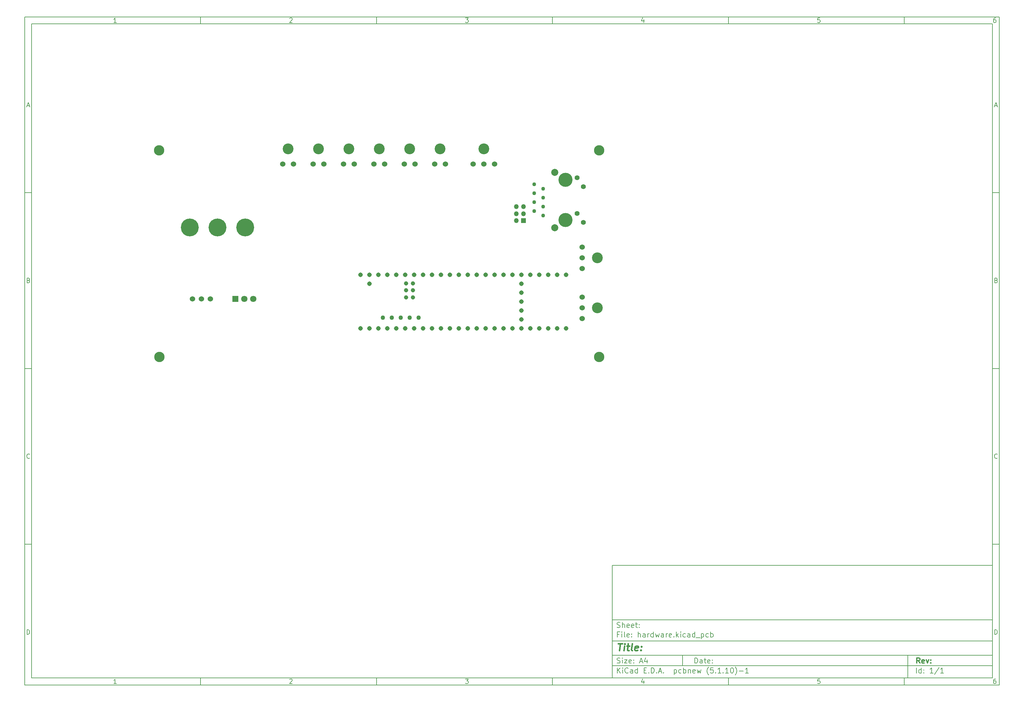
<source format=gbr>
%TF.GenerationSoftware,KiCad,Pcbnew,(5.1.10)-1*%
%TF.CreationDate,2022-03-18T20:48:10-05:00*%
%TF.ProjectId,hardware,68617264-7761-4726-952e-6b696361645f,rev?*%
%TF.SameCoordinates,Original*%
%TF.FileFunction,Soldermask,Bot*%
%TF.FilePolarity,Negative*%
%FSLAX46Y46*%
G04 Gerber Fmt 4.6, Leading zero omitted, Abs format (unit mm)*
G04 Created by KiCad (PCBNEW (5.1.10)-1) date 2022-03-18 20:48:10*
%MOMM*%
%LPD*%
G01*
G04 APERTURE LIST*
%ADD10C,0.100000*%
%ADD11C,0.150000*%
%ADD12C,0.300000*%
%ADD13C,0.400000*%
%ADD14C,2.946400*%
%ADD15C,1.800000*%
%ADD16R,1.800000X1.800000*%
%ADD17C,1.308000*%
%ADD18C,1.208000*%
%ADD19C,1.258000*%
%ADD20C,1.524000*%
%ADD21C,1.100000*%
%ADD22C,4.000000*%
%ADD23C,1.400000*%
%ADD24C,2.000000*%
%ADD25O,1.350000X1.350000*%
%ADD26R,1.350000X1.350000*%
%ADD27C,3.073400*%
%ADD28C,5.080000*%
G04 APERTURE END LIST*
D10*
D11*
X177002200Y-166007200D02*
X177002200Y-198007200D01*
X285002200Y-198007200D01*
X285002200Y-166007200D01*
X177002200Y-166007200D01*
D10*
D11*
X10000000Y-10000000D02*
X10000000Y-200007200D01*
X287002200Y-200007200D01*
X287002200Y-10000000D01*
X10000000Y-10000000D01*
D10*
D11*
X12000000Y-12000000D02*
X12000000Y-198007200D01*
X285002200Y-198007200D01*
X285002200Y-12000000D01*
X12000000Y-12000000D01*
D10*
D11*
X60000000Y-12000000D02*
X60000000Y-10000000D01*
D10*
D11*
X110000000Y-12000000D02*
X110000000Y-10000000D01*
D10*
D11*
X160000000Y-12000000D02*
X160000000Y-10000000D01*
D10*
D11*
X210000000Y-12000000D02*
X210000000Y-10000000D01*
D10*
D11*
X260000000Y-12000000D02*
X260000000Y-10000000D01*
D10*
D11*
X36065476Y-11588095D02*
X35322619Y-11588095D01*
X35694047Y-11588095D02*
X35694047Y-10288095D01*
X35570238Y-10473809D01*
X35446428Y-10597619D01*
X35322619Y-10659523D01*
D10*
D11*
X85322619Y-10411904D02*
X85384523Y-10350000D01*
X85508333Y-10288095D01*
X85817857Y-10288095D01*
X85941666Y-10350000D01*
X86003571Y-10411904D01*
X86065476Y-10535714D01*
X86065476Y-10659523D01*
X86003571Y-10845238D01*
X85260714Y-11588095D01*
X86065476Y-11588095D01*
D10*
D11*
X135260714Y-10288095D02*
X136065476Y-10288095D01*
X135632142Y-10783333D01*
X135817857Y-10783333D01*
X135941666Y-10845238D01*
X136003571Y-10907142D01*
X136065476Y-11030952D01*
X136065476Y-11340476D01*
X136003571Y-11464285D01*
X135941666Y-11526190D01*
X135817857Y-11588095D01*
X135446428Y-11588095D01*
X135322619Y-11526190D01*
X135260714Y-11464285D01*
D10*
D11*
X185941666Y-10721428D02*
X185941666Y-11588095D01*
X185632142Y-10226190D02*
X185322619Y-11154761D01*
X186127380Y-11154761D01*
D10*
D11*
X236003571Y-10288095D02*
X235384523Y-10288095D01*
X235322619Y-10907142D01*
X235384523Y-10845238D01*
X235508333Y-10783333D01*
X235817857Y-10783333D01*
X235941666Y-10845238D01*
X236003571Y-10907142D01*
X236065476Y-11030952D01*
X236065476Y-11340476D01*
X236003571Y-11464285D01*
X235941666Y-11526190D01*
X235817857Y-11588095D01*
X235508333Y-11588095D01*
X235384523Y-11526190D01*
X235322619Y-11464285D01*
D10*
D11*
X285941666Y-10288095D02*
X285694047Y-10288095D01*
X285570238Y-10350000D01*
X285508333Y-10411904D01*
X285384523Y-10597619D01*
X285322619Y-10845238D01*
X285322619Y-11340476D01*
X285384523Y-11464285D01*
X285446428Y-11526190D01*
X285570238Y-11588095D01*
X285817857Y-11588095D01*
X285941666Y-11526190D01*
X286003571Y-11464285D01*
X286065476Y-11340476D01*
X286065476Y-11030952D01*
X286003571Y-10907142D01*
X285941666Y-10845238D01*
X285817857Y-10783333D01*
X285570238Y-10783333D01*
X285446428Y-10845238D01*
X285384523Y-10907142D01*
X285322619Y-11030952D01*
D10*
D11*
X60000000Y-198007200D02*
X60000000Y-200007200D01*
D10*
D11*
X110000000Y-198007200D02*
X110000000Y-200007200D01*
D10*
D11*
X160000000Y-198007200D02*
X160000000Y-200007200D01*
D10*
D11*
X210000000Y-198007200D02*
X210000000Y-200007200D01*
D10*
D11*
X260000000Y-198007200D02*
X260000000Y-200007200D01*
D10*
D11*
X36065476Y-199595295D02*
X35322619Y-199595295D01*
X35694047Y-199595295D02*
X35694047Y-198295295D01*
X35570238Y-198481009D01*
X35446428Y-198604819D01*
X35322619Y-198666723D01*
D10*
D11*
X85322619Y-198419104D02*
X85384523Y-198357200D01*
X85508333Y-198295295D01*
X85817857Y-198295295D01*
X85941666Y-198357200D01*
X86003571Y-198419104D01*
X86065476Y-198542914D01*
X86065476Y-198666723D01*
X86003571Y-198852438D01*
X85260714Y-199595295D01*
X86065476Y-199595295D01*
D10*
D11*
X135260714Y-198295295D02*
X136065476Y-198295295D01*
X135632142Y-198790533D01*
X135817857Y-198790533D01*
X135941666Y-198852438D01*
X136003571Y-198914342D01*
X136065476Y-199038152D01*
X136065476Y-199347676D01*
X136003571Y-199471485D01*
X135941666Y-199533390D01*
X135817857Y-199595295D01*
X135446428Y-199595295D01*
X135322619Y-199533390D01*
X135260714Y-199471485D01*
D10*
D11*
X185941666Y-198728628D02*
X185941666Y-199595295D01*
X185632142Y-198233390D02*
X185322619Y-199161961D01*
X186127380Y-199161961D01*
D10*
D11*
X236003571Y-198295295D02*
X235384523Y-198295295D01*
X235322619Y-198914342D01*
X235384523Y-198852438D01*
X235508333Y-198790533D01*
X235817857Y-198790533D01*
X235941666Y-198852438D01*
X236003571Y-198914342D01*
X236065476Y-199038152D01*
X236065476Y-199347676D01*
X236003571Y-199471485D01*
X235941666Y-199533390D01*
X235817857Y-199595295D01*
X235508333Y-199595295D01*
X235384523Y-199533390D01*
X235322619Y-199471485D01*
D10*
D11*
X285941666Y-198295295D02*
X285694047Y-198295295D01*
X285570238Y-198357200D01*
X285508333Y-198419104D01*
X285384523Y-198604819D01*
X285322619Y-198852438D01*
X285322619Y-199347676D01*
X285384523Y-199471485D01*
X285446428Y-199533390D01*
X285570238Y-199595295D01*
X285817857Y-199595295D01*
X285941666Y-199533390D01*
X286003571Y-199471485D01*
X286065476Y-199347676D01*
X286065476Y-199038152D01*
X286003571Y-198914342D01*
X285941666Y-198852438D01*
X285817857Y-198790533D01*
X285570238Y-198790533D01*
X285446428Y-198852438D01*
X285384523Y-198914342D01*
X285322619Y-199038152D01*
D10*
D11*
X10000000Y-60000000D02*
X12000000Y-60000000D01*
D10*
D11*
X10000000Y-110000000D02*
X12000000Y-110000000D01*
D10*
D11*
X10000000Y-160000000D02*
X12000000Y-160000000D01*
D10*
D11*
X10690476Y-35216666D02*
X11309523Y-35216666D01*
X10566666Y-35588095D02*
X11000000Y-34288095D01*
X11433333Y-35588095D01*
D10*
D11*
X11092857Y-84907142D02*
X11278571Y-84969047D01*
X11340476Y-85030952D01*
X11402380Y-85154761D01*
X11402380Y-85340476D01*
X11340476Y-85464285D01*
X11278571Y-85526190D01*
X11154761Y-85588095D01*
X10659523Y-85588095D01*
X10659523Y-84288095D01*
X11092857Y-84288095D01*
X11216666Y-84350000D01*
X11278571Y-84411904D01*
X11340476Y-84535714D01*
X11340476Y-84659523D01*
X11278571Y-84783333D01*
X11216666Y-84845238D01*
X11092857Y-84907142D01*
X10659523Y-84907142D01*
D10*
D11*
X11402380Y-135464285D02*
X11340476Y-135526190D01*
X11154761Y-135588095D01*
X11030952Y-135588095D01*
X10845238Y-135526190D01*
X10721428Y-135402380D01*
X10659523Y-135278571D01*
X10597619Y-135030952D01*
X10597619Y-134845238D01*
X10659523Y-134597619D01*
X10721428Y-134473809D01*
X10845238Y-134350000D01*
X11030952Y-134288095D01*
X11154761Y-134288095D01*
X11340476Y-134350000D01*
X11402380Y-134411904D01*
D10*
D11*
X10659523Y-185588095D02*
X10659523Y-184288095D01*
X10969047Y-184288095D01*
X11154761Y-184350000D01*
X11278571Y-184473809D01*
X11340476Y-184597619D01*
X11402380Y-184845238D01*
X11402380Y-185030952D01*
X11340476Y-185278571D01*
X11278571Y-185402380D01*
X11154761Y-185526190D01*
X10969047Y-185588095D01*
X10659523Y-185588095D01*
D10*
D11*
X287002200Y-60000000D02*
X285002200Y-60000000D01*
D10*
D11*
X287002200Y-110000000D02*
X285002200Y-110000000D01*
D10*
D11*
X287002200Y-160000000D02*
X285002200Y-160000000D01*
D10*
D11*
X285692676Y-35216666D02*
X286311723Y-35216666D01*
X285568866Y-35588095D02*
X286002200Y-34288095D01*
X286435533Y-35588095D01*
D10*
D11*
X286095057Y-84907142D02*
X286280771Y-84969047D01*
X286342676Y-85030952D01*
X286404580Y-85154761D01*
X286404580Y-85340476D01*
X286342676Y-85464285D01*
X286280771Y-85526190D01*
X286156961Y-85588095D01*
X285661723Y-85588095D01*
X285661723Y-84288095D01*
X286095057Y-84288095D01*
X286218866Y-84350000D01*
X286280771Y-84411904D01*
X286342676Y-84535714D01*
X286342676Y-84659523D01*
X286280771Y-84783333D01*
X286218866Y-84845238D01*
X286095057Y-84907142D01*
X285661723Y-84907142D01*
D10*
D11*
X286404580Y-135464285D02*
X286342676Y-135526190D01*
X286156961Y-135588095D01*
X286033152Y-135588095D01*
X285847438Y-135526190D01*
X285723628Y-135402380D01*
X285661723Y-135278571D01*
X285599819Y-135030952D01*
X285599819Y-134845238D01*
X285661723Y-134597619D01*
X285723628Y-134473809D01*
X285847438Y-134350000D01*
X286033152Y-134288095D01*
X286156961Y-134288095D01*
X286342676Y-134350000D01*
X286404580Y-134411904D01*
D10*
D11*
X285661723Y-185588095D02*
X285661723Y-184288095D01*
X285971247Y-184288095D01*
X286156961Y-184350000D01*
X286280771Y-184473809D01*
X286342676Y-184597619D01*
X286404580Y-184845238D01*
X286404580Y-185030952D01*
X286342676Y-185278571D01*
X286280771Y-185402380D01*
X286156961Y-185526190D01*
X285971247Y-185588095D01*
X285661723Y-185588095D01*
D10*
D11*
X200434342Y-193785771D02*
X200434342Y-192285771D01*
X200791485Y-192285771D01*
X201005771Y-192357200D01*
X201148628Y-192500057D01*
X201220057Y-192642914D01*
X201291485Y-192928628D01*
X201291485Y-193142914D01*
X201220057Y-193428628D01*
X201148628Y-193571485D01*
X201005771Y-193714342D01*
X200791485Y-193785771D01*
X200434342Y-193785771D01*
X202577200Y-193785771D02*
X202577200Y-193000057D01*
X202505771Y-192857200D01*
X202362914Y-192785771D01*
X202077200Y-192785771D01*
X201934342Y-192857200D01*
X202577200Y-193714342D02*
X202434342Y-193785771D01*
X202077200Y-193785771D01*
X201934342Y-193714342D01*
X201862914Y-193571485D01*
X201862914Y-193428628D01*
X201934342Y-193285771D01*
X202077200Y-193214342D01*
X202434342Y-193214342D01*
X202577200Y-193142914D01*
X203077200Y-192785771D02*
X203648628Y-192785771D01*
X203291485Y-192285771D02*
X203291485Y-193571485D01*
X203362914Y-193714342D01*
X203505771Y-193785771D01*
X203648628Y-193785771D01*
X204720057Y-193714342D02*
X204577200Y-193785771D01*
X204291485Y-193785771D01*
X204148628Y-193714342D01*
X204077200Y-193571485D01*
X204077200Y-193000057D01*
X204148628Y-192857200D01*
X204291485Y-192785771D01*
X204577200Y-192785771D01*
X204720057Y-192857200D01*
X204791485Y-193000057D01*
X204791485Y-193142914D01*
X204077200Y-193285771D01*
X205434342Y-193642914D02*
X205505771Y-193714342D01*
X205434342Y-193785771D01*
X205362914Y-193714342D01*
X205434342Y-193642914D01*
X205434342Y-193785771D01*
X205434342Y-192857200D02*
X205505771Y-192928628D01*
X205434342Y-193000057D01*
X205362914Y-192928628D01*
X205434342Y-192857200D01*
X205434342Y-193000057D01*
D10*
D11*
X177002200Y-194507200D02*
X285002200Y-194507200D01*
D10*
D11*
X178434342Y-196585771D02*
X178434342Y-195085771D01*
X179291485Y-196585771D02*
X178648628Y-195728628D01*
X179291485Y-195085771D02*
X178434342Y-195942914D01*
X179934342Y-196585771D02*
X179934342Y-195585771D01*
X179934342Y-195085771D02*
X179862914Y-195157200D01*
X179934342Y-195228628D01*
X180005771Y-195157200D01*
X179934342Y-195085771D01*
X179934342Y-195228628D01*
X181505771Y-196442914D02*
X181434342Y-196514342D01*
X181220057Y-196585771D01*
X181077200Y-196585771D01*
X180862914Y-196514342D01*
X180720057Y-196371485D01*
X180648628Y-196228628D01*
X180577200Y-195942914D01*
X180577200Y-195728628D01*
X180648628Y-195442914D01*
X180720057Y-195300057D01*
X180862914Y-195157200D01*
X181077200Y-195085771D01*
X181220057Y-195085771D01*
X181434342Y-195157200D01*
X181505771Y-195228628D01*
X182791485Y-196585771D02*
X182791485Y-195800057D01*
X182720057Y-195657200D01*
X182577200Y-195585771D01*
X182291485Y-195585771D01*
X182148628Y-195657200D01*
X182791485Y-196514342D02*
X182648628Y-196585771D01*
X182291485Y-196585771D01*
X182148628Y-196514342D01*
X182077200Y-196371485D01*
X182077200Y-196228628D01*
X182148628Y-196085771D01*
X182291485Y-196014342D01*
X182648628Y-196014342D01*
X182791485Y-195942914D01*
X184148628Y-196585771D02*
X184148628Y-195085771D01*
X184148628Y-196514342D02*
X184005771Y-196585771D01*
X183720057Y-196585771D01*
X183577200Y-196514342D01*
X183505771Y-196442914D01*
X183434342Y-196300057D01*
X183434342Y-195871485D01*
X183505771Y-195728628D01*
X183577200Y-195657200D01*
X183720057Y-195585771D01*
X184005771Y-195585771D01*
X184148628Y-195657200D01*
X186005771Y-195800057D02*
X186505771Y-195800057D01*
X186720057Y-196585771D02*
X186005771Y-196585771D01*
X186005771Y-195085771D01*
X186720057Y-195085771D01*
X187362914Y-196442914D02*
X187434342Y-196514342D01*
X187362914Y-196585771D01*
X187291485Y-196514342D01*
X187362914Y-196442914D01*
X187362914Y-196585771D01*
X188077200Y-196585771D02*
X188077200Y-195085771D01*
X188434342Y-195085771D01*
X188648628Y-195157200D01*
X188791485Y-195300057D01*
X188862914Y-195442914D01*
X188934342Y-195728628D01*
X188934342Y-195942914D01*
X188862914Y-196228628D01*
X188791485Y-196371485D01*
X188648628Y-196514342D01*
X188434342Y-196585771D01*
X188077200Y-196585771D01*
X189577200Y-196442914D02*
X189648628Y-196514342D01*
X189577200Y-196585771D01*
X189505771Y-196514342D01*
X189577200Y-196442914D01*
X189577200Y-196585771D01*
X190220057Y-196157200D02*
X190934342Y-196157200D01*
X190077200Y-196585771D02*
X190577200Y-195085771D01*
X191077200Y-196585771D01*
X191577200Y-196442914D02*
X191648628Y-196514342D01*
X191577200Y-196585771D01*
X191505771Y-196514342D01*
X191577200Y-196442914D01*
X191577200Y-196585771D01*
X194577200Y-195585771D02*
X194577200Y-197085771D01*
X194577200Y-195657200D02*
X194720057Y-195585771D01*
X195005771Y-195585771D01*
X195148628Y-195657200D01*
X195220057Y-195728628D01*
X195291485Y-195871485D01*
X195291485Y-196300057D01*
X195220057Y-196442914D01*
X195148628Y-196514342D01*
X195005771Y-196585771D01*
X194720057Y-196585771D01*
X194577200Y-196514342D01*
X196577200Y-196514342D02*
X196434342Y-196585771D01*
X196148628Y-196585771D01*
X196005771Y-196514342D01*
X195934342Y-196442914D01*
X195862914Y-196300057D01*
X195862914Y-195871485D01*
X195934342Y-195728628D01*
X196005771Y-195657200D01*
X196148628Y-195585771D01*
X196434342Y-195585771D01*
X196577200Y-195657200D01*
X197220057Y-196585771D02*
X197220057Y-195085771D01*
X197220057Y-195657200D02*
X197362914Y-195585771D01*
X197648628Y-195585771D01*
X197791485Y-195657200D01*
X197862914Y-195728628D01*
X197934342Y-195871485D01*
X197934342Y-196300057D01*
X197862914Y-196442914D01*
X197791485Y-196514342D01*
X197648628Y-196585771D01*
X197362914Y-196585771D01*
X197220057Y-196514342D01*
X198577200Y-195585771D02*
X198577200Y-196585771D01*
X198577200Y-195728628D02*
X198648628Y-195657200D01*
X198791485Y-195585771D01*
X199005771Y-195585771D01*
X199148628Y-195657200D01*
X199220057Y-195800057D01*
X199220057Y-196585771D01*
X200505771Y-196514342D02*
X200362914Y-196585771D01*
X200077200Y-196585771D01*
X199934342Y-196514342D01*
X199862914Y-196371485D01*
X199862914Y-195800057D01*
X199934342Y-195657200D01*
X200077200Y-195585771D01*
X200362914Y-195585771D01*
X200505771Y-195657200D01*
X200577200Y-195800057D01*
X200577200Y-195942914D01*
X199862914Y-196085771D01*
X201077200Y-195585771D02*
X201362914Y-196585771D01*
X201648628Y-195871485D01*
X201934342Y-196585771D01*
X202220057Y-195585771D01*
X204362914Y-197157200D02*
X204291485Y-197085771D01*
X204148628Y-196871485D01*
X204077200Y-196728628D01*
X204005771Y-196514342D01*
X203934342Y-196157200D01*
X203934342Y-195871485D01*
X204005771Y-195514342D01*
X204077200Y-195300057D01*
X204148628Y-195157200D01*
X204291485Y-194942914D01*
X204362914Y-194871485D01*
X205648628Y-195085771D02*
X204934342Y-195085771D01*
X204862914Y-195800057D01*
X204934342Y-195728628D01*
X205077200Y-195657200D01*
X205434342Y-195657200D01*
X205577200Y-195728628D01*
X205648628Y-195800057D01*
X205720057Y-195942914D01*
X205720057Y-196300057D01*
X205648628Y-196442914D01*
X205577200Y-196514342D01*
X205434342Y-196585771D01*
X205077200Y-196585771D01*
X204934342Y-196514342D01*
X204862914Y-196442914D01*
X206362914Y-196442914D02*
X206434342Y-196514342D01*
X206362914Y-196585771D01*
X206291485Y-196514342D01*
X206362914Y-196442914D01*
X206362914Y-196585771D01*
X207862914Y-196585771D02*
X207005771Y-196585771D01*
X207434342Y-196585771D02*
X207434342Y-195085771D01*
X207291485Y-195300057D01*
X207148628Y-195442914D01*
X207005771Y-195514342D01*
X208505771Y-196442914D02*
X208577200Y-196514342D01*
X208505771Y-196585771D01*
X208434342Y-196514342D01*
X208505771Y-196442914D01*
X208505771Y-196585771D01*
X210005771Y-196585771D02*
X209148628Y-196585771D01*
X209577200Y-196585771D02*
X209577200Y-195085771D01*
X209434342Y-195300057D01*
X209291485Y-195442914D01*
X209148628Y-195514342D01*
X210934342Y-195085771D02*
X211077200Y-195085771D01*
X211220057Y-195157200D01*
X211291485Y-195228628D01*
X211362914Y-195371485D01*
X211434342Y-195657200D01*
X211434342Y-196014342D01*
X211362914Y-196300057D01*
X211291485Y-196442914D01*
X211220057Y-196514342D01*
X211077200Y-196585771D01*
X210934342Y-196585771D01*
X210791485Y-196514342D01*
X210720057Y-196442914D01*
X210648628Y-196300057D01*
X210577200Y-196014342D01*
X210577200Y-195657200D01*
X210648628Y-195371485D01*
X210720057Y-195228628D01*
X210791485Y-195157200D01*
X210934342Y-195085771D01*
X211934342Y-197157200D02*
X212005771Y-197085771D01*
X212148628Y-196871485D01*
X212220057Y-196728628D01*
X212291485Y-196514342D01*
X212362914Y-196157200D01*
X212362914Y-195871485D01*
X212291485Y-195514342D01*
X212220057Y-195300057D01*
X212148628Y-195157200D01*
X212005771Y-194942914D01*
X211934342Y-194871485D01*
X213077200Y-196014342D02*
X214220057Y-196014342D01*
X215720057Y-196585771D02*
X214862914Y-196585771D01*
X215291485Y-196585771D02*
X215291485Y-195085771D01*
X215148628Y-195300057D01*
X215005771Y-195442914D01*
X214862914Y-195514342D01*
D10*
D11*
X177002200Y-191507200D02*
X285002200Y-191507200D01*
D10*
D12*
X264411485Y-193785771D02*
X263911485Y-193071485D01*
X263554342Y-193785771D02*
X263554342Y-192285771D01*
X264125771Y-192285771D01*
X264268628Y-192357200D01*
X264340057Y-192428628D01*
X264411485Y-192571485D01*
X264411485Y-192785771D01*
X264340057Y-192928628D01*
X264268628Y-193000057D01*
X264125771Y-193071485D01*
X263554342Y-193071485D01*
X265625771Y-193714342D02*
X265482914Y-193785771D01*
X265197200Y-193785771D01*
X265054342Y-193714342D01*
X264982914Y-193571485D01*
X264982914Y-193000057D01*
X265054342Y-192857200D01*
X265197200Y-192785771D01*
X265482914Y-192785771D01*
X265625771Y-192857200D01*
X265697200Y-193000057D01*
X265697200Y-193142914D01*
X264982914Y-193285771D01*
X266197200Y-192785771D02*
X266554342Y-193785771D01*
X266911485Y-192785771D01*
X267482914Y-193642914D02*
X267554342Y-193714342D01*
X267482914Y-193785771D01*
X267411485Y-193714342D01*
X267482914Y-193642914D01*
X267482914Y-193785771D01*
X267482914Y-192857200D02*
X267554342Y-192928628D01*
X267482914Y-193000057D01*
X267411485Y-192928628D01*
X267482914Y-192857200D01*
X267482914Y-193000057D01*
D10*
D11*
X178362914Y-193714342D02*
X178577200Y-193785771D01*
X178934342Y-193785771D01*
X179077200Y-193714342D01*
X179148628Y-193642914D01*
X179220057Y-193500057D01*
X179220057Y-193357200D01*
X179148628Y-193214342D01*
X179077200Y-193142914D01*
X178934342Y-193071485D01*
X178648628Y-193000057D01*
X178505771Y-192928628D01*
X178434342Y-192857200D01*
X178362914Y-192714342D01*
X178362914Y-192571485D01*
X178434342Y-192428628D01*
X178505771Y-192357200D01*
X178648628Y-192285771D01*
X179005771Y-192285771D01*
X179220057Y-192357200D01*
X179862914Y-193785771D02*
X179862914Y-192785771D01*
X179862914Y-192285771D02*
X179791485Y-192357200D01*
X179862914Y-192428628D01*
X179934342Y-192357200D01*
X179862914Y-192285771D01*
X179862914Y-192428628D01*
X180434342Y-192785771D02*
X181220057Y-192785771D01*
X180434342Y-193785771D01*
X181220057Y-193785771D01*
X182362914Y-193714342D02*
X182220057Y-193785771D01*
X181934342Y-193785771D01*
X181791485Y-193714342D01*
X181720057Y-193571485D01*
X181720057Y-193000057D01*
X181791485Y-192857200D01*
X181934342Y-192785771D01*
X182220057Y-192785771D01*
X182362914Y-192857200D01*
X182434342Y-193000057D01*
X182434342Y-193142914D01*
X181720057Y-193285771D01*
X183077200Y-193642914D02*
X183148628Y-193714342D01*
X183077200Y-193785771D01*
X183005771Y-193714342D01*
X183077200Y-193642914D01*
X183077200Y-193785771D01*
X183077200Y-192857200D02*
X183148628Y-192928628D01*
X183077200Y-193000057D01*
X183005771Y-192928628D01*
X183077200Y-192857200D01*
X183077200Y-193000057D01*
X184862914Y-193357200D02*
X185577200Y-193357200D01*
X184720057Y-193785771D02*
X185220057Y-192285771D01*
X185720057Y-193785771D01*
X186862914Y-192785771D02*
X186862914Y-193785771D01*
X186505771Y-192214342D02*
X186148628Y-193285771D01*
X187077200Y-193285771D01*
D10*
D11*
X263434342Y-196585771D02*
X263434342Y-195085771D01*
X264791485Y-196585771D02*
X264791485Y-195085771D01*
X264791485Y-196514342D02*
X264648628Y-196585771D01*
X264362914Y-196585771D01*
X264220057Y-196514342D01*
X264148628Y-196442914D01*
X264077200Y-196300057D01*
X264077200Y-195871485D01*
X264148628Y-195728628D01*
X264220057Y-195657200D01*
X264362914Y-195585771D01*
X264648628Y-195585771D01*
X264791485Y-195657200D01*
X265505771Y-196442914D02*
X265577200Y-196514342D01*
X265505771Y-196585771D01*
X265434342Y-196514342D01*
X265505771Y-196442914D01*
X265505771Y-196585771D01*
X265505771Y-195657200D02*
X265577200Y-195728628D01*
X265505771Y-195800057D01*
X265434342Y-195728628D01*
X265505771Y-195657200D01*
X265505771Y-195800057D01*
X268148628Y-196585771D02*
X267291485Y-196585771D01*
X267720057Y-196585771D02*
X267720057Y-195085771D01*
X267577200Y-195300057D01*
X267434342Y-195442914D01*
X267291485Y-195514342D01*
X269862914Y-195014342D02*
X268577200Y-196942914D01*
X271148628Y-196585771D02*
X270291485Y-196585771D01*
X270720057Y-196585771D02*
X270720057Y-195085771D01*
X270577200Y-195300057D01*
X270434342Y-195442914D01*
X270291485Y-195514342D01*
D10*
D11*
X177002200Y-187507200D02*
X285002200Y-187507200D01*
D10*
D13*
X178714580Y-188211961D02*
X179857438Y-188211961D01*
X179036009Y-190211961D02*
X179286009Y-188211961D01*
X180274104Y-190211961D02*
X180440771Y-188878628D01*
X180524104Y-188211961D02*
X180416961Y-188307200D01*
X180500295Y-188402438D01*
X180607438Y-188307200D01*
X180524104Y-188211961D01*
X180500295Y-188402438D01*
X181107438Y-188878628D02*
X181869342Y-188878628D01*
X181476485Y-188211961D02*
X181262200Y-189926247D01*
X181333628Y-190116723D01*
X181512200Y-190211961D01*
X181702676Y-190211961D01*
X182655057Y-190211961D02*
X182476485Y-190116723D01*
X182405057Y-189926247D01*
X182619342Y-188211961D01*
X184190771Y-190116723D02*
X183988390Y-190211961D01*
X183607438Y-190211961D01*
X183428866Y-190116723D01*
X183357438Y-189926247D01*
X183452676Y-189164342D01*
X183571723Y-188973866D01*
X183774104Y-188878628D01*
X184155057Y-188878628D01*
X184333628Y-188973866D01*
X184405057Y-189164342D01*
X184381247Y-189354819D01*
X183405057Y-189545295D01*
X185155057Y-190021485D02*
X185238390Y-190116723D01*
X185131247Y-190211961D01*
X185047914Y-190116723D01*
X185155057Y-190021485D01*
X185131247Y-190211961D01*
X185286009Y-188973866D02*
X185369342Y-189069104D01*
X185262200Y-189164342D01*
X185178866Y-189069104D01*
X185286009Y-188973866D01*
X185262200Y-189164342D01*
D10*
D11*
X178934342Y-185600057D02*
X178434342Y-185600057D01*
X178434342Y-186385771D02*
X178434342Y-184885771D01*
X179148628Y-184885771D01*
X179720057Y-186385771D02*
X179720057Y-185385771D01*
X179720057Y-184885771D02*
X179648628Y-184957200D01*
X179720057Y-185028628D01*
X179791485Y-184957200D01*
X179720057Y-184885771D01*
X179720057Y-185028628D01*
X180648628Y-186385771D02*
X180505771Y-186314342D01*
X180434342Y-186171485D01*
X180434342Y-184885771D01*
X181791485Y-186314342D02*
X181648628Y-186385771D01*
X181362914Y-186385771D01*
X181220057Y-186314342D01*
X181148628Y-186171485D01*
X181148628Y-185600057D01*
X181220057Y-185457200D01*
X181362914Y-185385771D01*
X181648628Y-185385771D01*
X181791485Y-185457200D01*
X181862914Y-185600057D01*
X181862914Y-185742914D01*
X181148628Y-185885771D01*
X182505771Y-186242914D02*
X182577200Y-186314342D01*
X182505771Y-186385771D01*
X182434342Y-186314342D01*
X182505771Y-186242914D01*
X182505771Y-186385771D01*
X182505771Y-185457200D02*
X182577200Y-185528628D01*
X182505771Y-185600057D01*
X182434342Y-185528628D01*
X182505771Y-185457200D01*
X182505771Y-185600057D01*
X184362914Y-186385771D02*
X184362914Y-184885771D01*
X185005771Y-186385771D02*
X185005771Y-185600057D01*
X184934342Y-185457200D01*
X184791485Y-185385771D01*
X184577200Y-185385771D01*
X184434342Y-185457200D01*
X184362914Y-185528628D01*
X186362914Y-186385771D02*
X186362914Y-185600057D01*
X186291485Y-185457200D01*
X186148628Y-185385771D01*
X185862914Y-185385771D01*
X185720057Y-185457200D01*
X186362914Y-186314342D02*
X186220057Y-186385771D01*
X185862914Y-186385771D01*
X185720057Y-186314342D01*
X185648628Y-186171485D01*
X185648628Y-186028628D01*
X185720057Y-185885771D01*
X185862914Y-185814342D01*
X186220057Y-185814342D01*
X186362914Y-185742914D01*
X187077200Y-186385771D02*
X187077200Y-185385771D01*
X187077200Y-185671485D02*
X187148628Y-185528628D01*
X187220057Y-185457200D01*
X187362914Y-185385771D01*
X187505771Y-185385771D01*
X188648628Y-186385771D02*
X188648628Y-184885771D01*
X188648628Y-186314342D02*
X188505771Y-186385771D01*
X188220057Y-186385771D01*
X188077200Y-186314342D01*
X188005771Y-186242914D01*
X187934342Y-186100057D01*
X187934342Y-185671485D01*
X188005771Y-185528628D01*
X188077200Y-185457200D01*
X188220057Y-185385771D01*
X188505771Y-185385771D01*
X188648628Y-185457200D01*
X189220057Y-185385771D02*
X189505771Y-186385771D01*
X189791485Y-185671485D01*
X190077200Y-186385771D01*
X190362914Y-185385771D01*
X191577200Y-186385771D02*
X191577200Y-185600057D01*
X191505771Y-185457200D01*
X191362914Y-185385771D01*
X191077200Y-185385771D01*
X190934342Y-185457200D01*
X191577200Y-186314342D02*
X191434342Y-186385771D01*
X191077200Y-186385771D01*
X190934342Y-186314342D01*
X190862914Y-186171485D01*
X190862914Y-186028628D01*
X190934342Y-185885771D01*
X191077200Y-185814342D01*
X191434342Y-185814342D01*
X191577200Y-185742914D01*
X192291485Y-186385771D02*
X192291485Y-185385771D01*
X192291485Y-185671485D02*
X192362914Y-185528628D01*
X192434342Y-185457200D01*
X192577200Y-185385771D01*
X192720057Y-185385771D01*
X193791485Y-186314342D02*
X193648628Y-186385771D01*
X193362914Y-186385771D01*
X193220057Y-186314342D01*
X193148628Y-186171485D01*
X193148628Y-185600057D01*
X193220057Y-185457200D01*
X193362914Y-185385771D01*
X193648628Y-185385771D01*
X193791485Y-185457200D01*
X193862914Y-185600057D01*
X193862914Y-185742914D01*
X193148628Y-185885771D01*
X194505771Y-186242914D02*
X194577200Y-186314342D01*
X194505771Y-186385771D01*
X194434342Y-186314342D01*
X194505771Y-186242914D01*
X194505771Y-186385771D01*
X195220057Y-186385771D02*
X195220057Y-184885771D01*
X195362914Y-185814342D02*
X195791485Y-186385771D01*
X195791485Y-185385771D02*
X195220057Y-185957200D01*
X196434342Y-186385771D02*
X196434342Y-185385771D01*
X196434342Y-184885771D02*
X196362914Y-184957200D01*
X196434342Y-185028628D01*
X196505771Y-184957200D01*
X196434342Y-184885771D01*
X196434342Y-185028628D01*
X197791485Y-186314342D02*
X197648628Y-186385771D01*
X197362914Y-186385771D01*
X197220057Y-186314342D01*
X197148628Y-186242914D01*
X197077200Y-186100057D01*
X197077200Y-185671485D01*
X197148628Y-185528628D01*
X197220057Y-185457200D01*
X197362914Y-185385771D01*
X197648628Y-185385771D01*
X197791485Y-185457200D01*
X199077200Y-186385771D02*
X199077200Y-185600057D01*
X199005771Y-185457200D01*
X198862914Y-185385771D01*
X198577200Y-185385771D01*
X198434342Y-185457200D01*
X199077200Y-186314342D02*
X198934342Y-186385771D01*
X198577200Y-186385771D01*
X198434342Y-186314342D01*
X198362914Y-186171485D01*
X198362914Y-186028628D01*
X198434342Y-185885771D01*
X198577200Y-185814342D01*
X198934342Y-185814342D01*
X199077200Y-185742914D01*
X200434342Y-186385771D02*
X200434342Y-184885771D01*
X200434342Y-186314342D02*
X200291485Y-186385771D01*
X200005771Y-186385771D01*
X199862914Y-186314342D01*
X199791485Y-186242914D01*
X199720057Y-186100057D01*
X199720057Y-185671485D01*
X199791485Y-185528628D01*
X199862914Y-185457200D01*
X200005771Y-185385771D01*
X200291485Y-185385771D01*
X200434342Y-185457200D01*
X200791485Y-186528628D02*
X201934342Y-186528628D01*
X202291485Y-185385771D02*
X202291485Y-186885771D01*
X202291485Y-185457200D02*
X202434342Y-185385771D01*
X202720057Y-185385771D01*
X202862914Y-185457200D01*
X202934342Y-185528628D01*
X203005771Y-185671485D01*
X203005771Y-186100057D01*
X202934342Y-186242914D01*
X202862914Y-186314342D01*
X202720057Y-186385771D01*
X202434342Y-186385771D01*
X202291485Y-186314342D01*
X204291485Y-186314342D02*
X204148628Y-186385771D01*
X203862914Y-186385771D01*
X203720057Y-186314342D01*
X203648628Y-186242914D01*
X203577200Y-186100057D01*
X203577200Y-185671485D01*
X203648628Y-185528628D01*
X203720057Y-185457200D01*
X203862914Y-185385771D01*
X204148628Y-185385771D01*
X204291485Y-185457200D01*
X204934342Y-186385771D02*
X204934342Y-184885771D01*
X204934342Y-185457200D02*
X205077200Y-185385771D01*
X205362914Y-185385771D01*
X205505771Y-185457200D01*
X205577200Y-185528628D01*
X205648628Y-185671485D01*
X205648628Y-186100057D01*
X205577200Y-186242914D01*
X205505771Y-186314342D01*
X205362914Y-186385771D01*
X205077200Y-186385771D01*
X204934342Y-186314342D01*
D10*
D11*
X177002200Y-181507200D02*
X285002200Y-181507200D01*
D10*
D11*
X178362914Y-183614342D02*
X178577200Y-183685771D01*
X178934342Y-183685771D01*
X179077200Y-183614342D01*
X179148628Y-183542914D01*
X179220057Y-183400057D01*
X179220057Y-183257200D01*
X179148628Y-183114342D01*
X179077200Y-183042914D01*
X178934342Y-182971485D01*
X178648628Y-182900057D01*
X178505771Y-182828628D01*
X178434342Y-182757200D01*
X178362914Y-182614342D01*
X178362914Y-182471485D01*
X178434342Y-182328628D01*
X178505771Y-182257200D01*
X178648628Y-182185771D01*
X179005771Y-182185771D01*
X179220057Y-182257200D01*
X179862914Y-183685771D02*
X179862914Y-182185771D01*
X180505771Y-183685771D02*
X180505771Y-182900057D01*
X180434342Y-182757200D01*
X180291485Y-182685771D01*
X180077200Y-182685771D01*
X179934342Y-182757200D01*
X179862914Y-182828628D01*
X181791485Y-183614342D02*
X181648628Y-183685771D01*
X181362914Y-183685771D01*
X181220057Y-183614342D01*
X181148628Y-183471485D01*
X181148628Y-182900057D01*
X181220057Y-182757200D01*
X181362914Y-182685771D01*
X181648628Y-182685771D01*
X181791485Y-182757200D01*
X181862914Y-182900057D01*
X181862914Y-183042914D01*
X181148628Y-183185771D01*
X183077200Y-183614342D02*
X182934342Y-183685771D01*
X182648628Y-183685771D01*
X182505771Y-183614342D01*
X182434342Y-183471485D01*
X182434342Y-182900057D01*
X182505771Y-182757200D01*
X182648628Y-182685771D01*
X182934342Y-182685771D01*
X183077200Y-182757200D01*
X183148628Y-182900057D01*
X183148628Y-183042914D01*
X182434342Y-183185771D01*
X183577200Y-182685771D02*
X184148628Y-182685771D01*
X183791485Y-182185771D02*
X183791485Y-183471485D01*
X183862914Y-183614342D01*
X184005771Y-183685771D01*
X184148628Y-183685771D01*
X184648628Y-183542914D02*
X184720057Y-183614342D01*
X184648628Y-183685771D01*
X184577200Y-183614342D01*
X184648628Y-183542914D01*
X184648628Y-183685771D01*
X184648628Y-182757200D02*
X184720057Y-182828628D01*
X184648628Y-182900057D01*
X184577200Y-182828628D01*
X184648628Y-182757200D01*
X184648628Y-182900057D01*
D10*
D11*
X197002200Y-191507200D02*
X197002200Y-194507200D01*
D10*
D11*
X261002200Y-191507200D02*
X261002200Y-198007200D01*
D14*
%TO.C,REF\u002A\u002A*%
X48204120Y-47950120D03*
%TD*%
%TO.C,REF\u002A\u002A*%
X173283880Y-47950120D03*
%TD*%
%TO.C,REF\u002A\u002A*%
X173228000Y-106680000D03*
%TD*%
%TO.C,REF\u002A\u002A*%
X48260000Y-106680000D03*
%TD*%
D15*
%TO.C,U3*%
X74930000Y-90170000D03*
X72390000Y-90170000D03*
D16*
X69850000Y-90170000D03*
%TD*%
D17*
%TO.C,U2*%
X105410000Y-98552000D03*
X151130000Y-96012000D03*
X140970000Y-83312000D03*
D18*
X120380000Y-85762000D03*
X120380000Y-89762000D03*
D17*
X151130000Y-85852000D03*
D18*
X118380000Y-85762000D03*
D17*
X107950000Y-98552000D03*
X151130000Y-93472000D03*
X107950000Y-85852000D03*
X151130000Y-88392000D03*
D18*
X120380000Y-87762000D03*
D17*
X151130000Y-90932000D03*
X105410000Y-83312000D03*
X130810000Y-98552000D03*
X161290000Y-98552000D03*
X148590000Y-83312000D03*
X115570000Y-98552000D03*
X118110000Y-83312000D03*
X110490000Y-83312000D03*
D19*
X111760000Y-95502000D03*
D17*
X110490000Y-98552000D03*
D19*
X114300000Y-95502000D03*
D17*
X133350000Y-83312000D03*
X107950000Y-83312000D03*
X158750000Y-83312000D03*
D18*
X118380000Y-87762000D03*
D17*
X143510000Y-83312000D03*
X135890000Y-98552000D03*
D19*
X116840000Y-95502000D03*
D17*
X123190000Y-83312000D03*
X120650000Y-83312000D03*
X153670000Y-98552000D03*
X143510000Y-98552000D03*
X163830000Y-98552000D03*
X156210000Y-98552000D03*
X151130000Y-83312000D03*
X125730000Y-83312000D03*
X128270000Y-98552000D03*
D18*
X118380000Y-89762000D03*
D17*
X156210000Y-83312000D03*
X146050000Y-83312000D03*
X118110000Y-98552000D03*
D19*
X119380000Y-95502000D03*
D17*
X123190000Y-98552000D03*
X133350000Y-98552000D03*
X138430000Y-98552000D03*
X161290000Y-83312000D03*
X151130000Y-98552000D03*
X163830000Y-83312000D03*
D19*
X121920000Y-95502000D03*
D17*
X135890000Y-83312000D03*
X128270000Y-83312000D03*
X120650000Y-98552000D03*
X125730000Y-98552000D03*
X115570000Y-83312000D03*
X146050000Y-98552000D03*
X113030000Y-98552000D03*
X130810000Y-83312000D03*
X148590000Y-98552000D03*
X140970000Y-98552000D03*
X138430000Y-83312000D03*
X158750000Y-98552000D03*
X153670000Y-83312000D03*
X113030000Y-83312000D03*
%TD*%
D20*
%TO.C,U1*%
X62738000Y-90170000D03*
X60198000Y-90170000D03*
X57658000Y-90170000D03*
%TD*%
D21*
%TO.C,J2*%
X154825000Y-57633000D03*
X154825000Y-60173000D03*
X154825000Y-62713000D03*
X154825000Y-65253000D03*
X157365000Y-58903000D03*
X157365000Y-61443000D03*
X157365000Y-63983000D03*
X157365000Y-66523000D03*
D22*
X163715000Y-56363000D03*
X163715000Y-67793000D03*
D23*
X168795000Y-58293000D03*
X167005000Y-65863000D03*
X167005000Y-55753000D03*
X168795000Y-68403000D03*
D24*
X160665000Y-69953000D03*
X160665000Y-54203000D03*
%TD*%
D25*
%TO.C,J1*%
X149765000Y-63945000D03*
X151765000Y-63945000D03*
X149765000Y-65945000D03*
X151765000Y-65945000D03*
X149765000Y-67945000D03*
D26*
X151765000Y-67945000D03*
%TD*%
D20*
%TO.C,Conn11*%
X126492000Y-51816000D03*
X129540000Y-51816000D03*
D27*
X128016000Y-47498000D03*
%TD*%
D20*
%TO.C,Conn10*%
X117856000Y-51816000D03*
X120904000Y-51816000D03*
D27*
X119380000Y-47498000D03*
%TD*%
D20*
%TO.C,Conn9*%
X168402000Y-95758000D03*
D27*
X172720000Y-92710000D03*
D20*
X168402000Y-92710000D03*
X168402000Y-89662000D03*
%TD*%
%TO.C,Conn8*%
X109220000Y-51816000D03*
X112268000Y-51816000D03*
D27*
X110744000Y-47498000D03*
%TD*%
D20*
%TO.C,Conn7*%
X100584000Y-51816000D03*
X103632000Y-51816000D03*
D27*
X102108000Y-47498000D03*
%TD*%
D20*
%TO.C,Conn6*%
X168402000Y-81534000D03*
D27*
X172720000Y-78486000D03*
D20*
X168402000Y-78486000D03*
X168402000Y-75438000D03*
%TD*%
%TO.C,Conn5*%
X91948000Y-51816000D03*
X94996000Y-51816000D03*
D27*
X93472000Y-47498000D03*
%TD*%
D20*
%TO.C,Conn4*%
X83312000Y-51816000D03*
X86360000Y-51816000D03*
D27*
X84836000Y-47498000D03*
%TD*%
D20*
%TO.C,Conn3*%
X137414000Y-51816000D03*
X140462000Y-51816000D03*
D27*
X140462000Y-47498000D03*
D20*
X143510000Y-51816000D03*
%TD*%
D28*
%TO.C,Conn2*%
X56896000Y-69850000D03*
X64770000Y-69850000D03*
X72644000Y-69850000D03*
%TD*%
M02*

</source>
